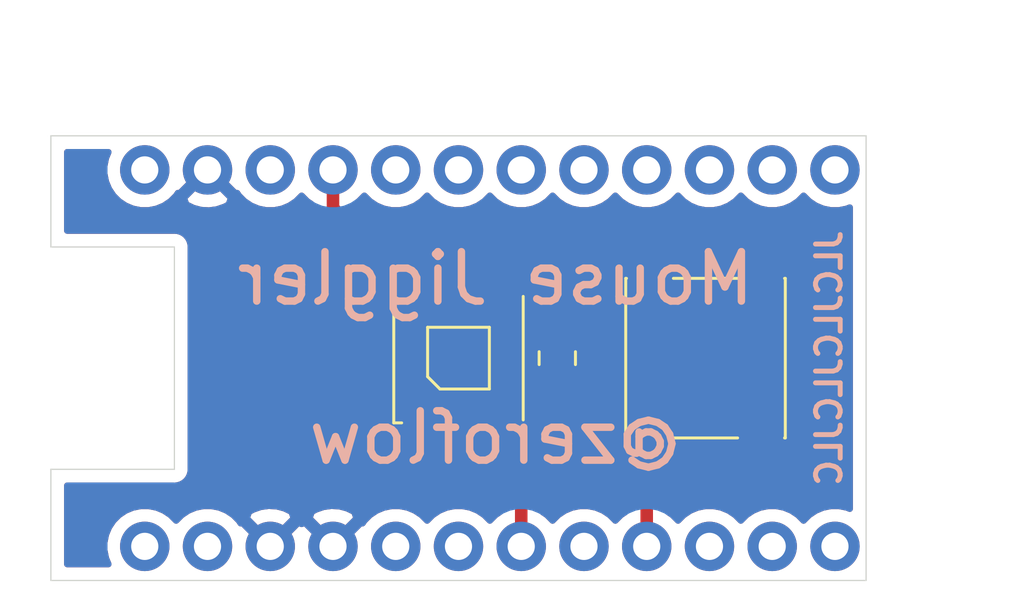
<source format=kicad_pcb>
(kicad_pcb (version 20171130) (host pcbnew "(5.1.9)-1")

  (general
    (thickness 1.6)
    (drawings 17)
    (tracks 14)
    (zones 0)
    (modules 4)
    (nets 24)
  )

  (page A4)
  (layers
    (0 F.Cu signal)
    (31 B.Cu signal)
    (32 B.Adhes user)
    (33 F.Adhes user)
    (34 B.Paste user)
    (35 F.Paste user)
    (36 B.SilkS user)
    (37 F.SilkS user)
    (38 B.Mask user)
    (39 F.Mask user)
    (40 Dwgs.User user)
    (41 Cmts.User user)
    (42 Eco1.User user)
    (43 Eco2.User user)
    (44 Edge.Cuts user)
    (45 Margin user)
    (46 B.CrtYd user)
    (47 F.CrtYd user)
    (48 B.Fab user)
    (49 F.Fab user)
  )

  (setup
    (last_trace_width 0.25)
    (user_trace_width 0.381)
    (user_trace_width 0.508)
    (trace_clearance 0.2)
    (zone_clearance 0.508)
    (zone_45_only no)
    (trace_min 0.2)
    (via_size 0.8)
    (via_drill 0.4)
    (via_min_size 0.4)
    (via_min_drill 0.3)
    (uvia_size 0.3)
    (uvia_drill 0.1)
    (uvias_allowed no)
    (uvia_min_size 0.2)
    (uvia_min_drill 0.1)
    (edge_width 0.05)
    (segment_width 0.2)
    (pcb_text_width 0.3)
    (pcb_text_size 1.5 1.5)
    (mod_edge_width 0.12)
    (mod_text_size 1 1)
    (mod_text_width 0.15)
    (pad_size 1.524 1.524)
    (pad_drill 0.762)
    (pad_to_mask_clearance 0)
    (aux_axis_origin 0 0)
    (grid_origin 134.5 95.5)
    (visible_elements 7FFFFFFF)
    (pcbplotparams
      (layerselection 0x010fc_ffffffff)
      (usegerberextensions false)
      (usegerberattributes true)
      (usegerberadvancedattributes true)
      (creategerberjobfile true)
      (excludeedgelayer true)
      (linewidth 0.100000)
      (plotframeref false)
      (viasonmask false)
      (mode 1)
      (useauxorigin false)
      (hpglpennumber 1)
      (hpglpenspeed 20)
      (hpglpendiameter 15.000000)
      (psnegative false)
      (psa4output false)
      (plotreference true)
      (plotvalue true)
      (plotinvisibletext false)
      (padsonsilk false)
      (subtractmaskfromsilk false)
      (outputformat 1)
      (mirror false)
      (drillshape 0)
      (scaleselection 1)
      (outputdirectory "plots/"))
  )

  (net 0 "")
  (net 1 GND)
  (net 2 LED)
  (net 3 "Net-(D1-Pad4)")
  (net 4 +5V)
  (net 5 SW)
  (net 6 "Net-(U1-Pad24)")
  (net 7 "Net-(U1-Pad22)")
  (net 8 "Net-(U1-Pad20)")
  (net 9 "Net-(U1-Pad19)")
  (net 10 "Net-(U1-Pad18)")
  (net 11 "Net-(U1-Pad17)")
  (net 12 "Net-(U1-Pad16)")
  (net 13 "Net-(U1-Pad15)")
  (net 14 "Net-(U1-Pad14)")
  (net 15 "Net-(U1-Pad13)")
  (net 16 "Net-(U1-Pad12)")
  (net 17 "Net-(U1-Pad11)")
  (net 18 "Net-(U1-Pad6)")
  (net 19 "Net-(U1-Pad5)")
  (net 20 "Net-(U1-Pad2)")
  (net 21 "Net-(U1-Pad1)")
  (net 22 "Net-(U1-Pad10)")
  (net 23 "Net-(U1-Pad8)")

  (net_class Default "This is the default net class."
    (clearance 0.2)
    (trace_width 0.25)
    (via_dia 0.8)
    (via_drill 0.4)
    (uvia_dia 0.3)
    (uvia_drill 0.1)
    (add_net +5V)
    (add_net GND)
    (add_net LED)
    (add_net "Net-(D1-Pad4)")
    (add_net "Net-(U1-Pad1)")
    (add_net "Net-(U1-Pad10)")
    (add_net "Net-(U1-Pad11)")
    (add_net "Net-(U1-Pad12)")
    (add_net "Net-(U1-Pad13)")
    (add_net "Net-(U1-Pad14)")
    (add_net "Net-(U1-Pad15)")
    (add_net "Net-(U1-Pad16)")
    (add_net "Net-(U1-Pad17)")
    (add_net "Net-(U1-Pad18)")
    (add_net "Net-(U1-Pad19)")
    (add_net "Net-(U1-Pad2)")
    (add_net "Net-(U1-Pad20)")
    (add_net "Net-(U1-Pad22)")
    (add_net "Net-(U1-Pad24)")
    (add_net "Net-(U1-Pad5)")
    (add_net "Net-(U1-Pad6)")
    (add_net "Net-(U1-Pad8)")
    (add_net SW)
  )

  (module Button_Switch_SMD:SW_Push_1P1T_NO_6x6mm_H9.5mm (layer F.Cu) (tedit 5CA1CA7F) (tstamp 60129A37)
    (at 143 95.5 90)
    (descr "tactile push button, 6x6mm e.g. PTS645xx series, height=9.5mm")
    (tags "tact sw push 6mm smd")
    (path /6011C52D)
    (attr smd)
    (fp_text reference SW1 (at 0 -4.05 90) (layer F.SilkS) hide
      (effects (font (size 1 1) (thickness 0.15)))
    )
    (fp_text value SW_Push (at 0 4.15 90) (layer F.Fab) hide
      (effects (font (size 1 1) (thickness 0.15)))
    )
    (fp_circle (center 0 0) (end 1.75 -0.05) (layer F.Fab) (width 0.1))
    (fp_line (start -3.23 3.23) (end 3.23 3.23) (layer F.SilkS) (width 0.12))
    (fp_line (start -3.23 -1.3) (end -3.23 1.3) (layer F.SilkS) (width 0.12))
    (fp_line (start -3.23 -3.23) (end 3.23 -3.23) (layer F.SilkS) (width 0.12))
    (fp_line (start 3.23 -1.3) (end 3.23 1.3) (layer F.SilkS) (width 0.12))
    (fp_line (start -3.23 -3.2) (end -3.23 -3.23) (layer F.SilkS) (width 0.12))
    (fp_line (start -3.23 3.23) (end -3.23 3.2) (layer F.SilkS) (width 0.12))
    (fp_line (start 3.23 3.23) (end 3.23 3.2) (layer F.SilkS) (width 0.12))
    (fp_line (start 3.23 -3.23) (end 3.23 -3.2) (layer F.SilkS) (width 0.12))
    (fp_line (start -5 -3.25) (end 5 -3.25) (layer F.CrtYd) (width 0.05))
    (fp_line (start -5 3.25) (end 5 3.25) (layer F.CrtYd) (width 0.05))
    (fp_line (start -5 -3.25) (end -5 3.25) (layer F.CrtYd) (width 0.05))
    (fp_line (start 5 3.25) (end 5 -3.25) (layer F.CrtYd) (width 0.05))
    (fp_line (start 3 -3) (end -3 -3) (layer F.Fab) (width 0.1))
    (fp_line (start 3 3) (end 3 -3) (layer F.Fab) (width 0.1))
    (fp_line (start -3 3) (end 3 3) (layer F.Fab) (width 0.1))
    (fp_line (start -3 -3) (end -3 3) (layer F.Fab) (width 0.1))
    (fp_text user %R (at 0 -4.05 90) (layer F.Fab) hide
      (effects (font (size 1 1) (thickness 0.15)))
    )
    (pad 2 smd rect (at 3.975 2.25 90) (size 1.55 1.3) (layers F.Cu F.Paste F.Mask)
      (net 1 GND))
    (pad 1 smd rect (at 3.975 -2.25 90) (size 1.55 1.3) (layers F.Cu F.Paste F.Mask)
      (net 5 SW))
    (pad 1 smd rect (at -3.975 -2.25 90) (size 1.55 1.3) (layers F.Cu F.Paste F.Mask)
      (net 5 SW))
    (pad 2 smd rect (at -3.975 2.25 90) (size 1.55 1.3) (layers F.Cu F.Paste F.Mask)
      (net 1 GND))
    (model ${KISYS3DMOD}/Button_Switch_SMD.3dshapes/SW_PUSH_6mm_H9.5mm.wrl
      (at (xyz 0 0 0))
      (scale (xyz 1 1 1))
      (rotate (xyz 0 0 0))
    )
  )

  (module "Arduino_ProMicro:Arduino Pro Micro" locked (layer F.Cu) (tedit 6011AB88) (tstamp 601276E2)
    (at 133 95.5)
    (path /60136A2B)
    (fp_text reference U1 (at 14 -10) (layer F.SilkS) hide
      (effects (font (size 1 1) (thickness 0.15)))
    )
    (fp_text value Arduino_ProMicro (at -9.5 -10) (layer F.Fab) hide
      (effects (font (size 1 1) (thickness 0.15)))
    )
    (fp_line (start -16.5 9) (end -16.5 4) (layer F.Fab) (width 0.12))
    (fp_line (start -16.5 -9) (end -16.5 -4) (layer F.Fab) (width 0.12))
    (fp_line (start -18.5 4) (end -16.5 4) (layer F.Fab) (width 0.12))
    (fp_line (start -18.5 -4) (end -18.5 4) (layer F.Fab) (width 0.12))
    (fp_line (start -16.5 -4) (end -18.5 -4) (layer F.Fab) (width 0.12))
    (fp_line (start 16.5 9) (end -16.5 9) (layer F.Fab) (width 0.12))
    (fp_line (start 16.5 -9) (end 16.5 9) (layer F.Fab) (width 0.12))
    (fp_line (start -16.5 -9) (end 16.5 -9) (layer F.Fab) (width 0.12))
    (pad 24 thru_hole circle (at -12.7 -7.62) (size 2 2) (drill 1.1) (layers *.Cu *.Mask)
      (net 6 "Net-(U1-Pad24)"))
    (pad 23 thru_hole circle (at -10.16 -7.62) (size 2 2) (drill 1.1) (layers *.Cu *.Mask)
      (net 1 GND))
    (pad 22 thru_hole circle (at -7.62 -7.62) (size 2 2) (drill 1.1) (layers *.Cu *.Mask)
      (net 7 "Net-(U1-Pad22)"))
    (pad 21 thru_hole circle (at -5.08 -7.62) (size 2 2) (drill 1.1) (layers *.Cu *.Mask)
      (net 4 +5V))
    (pad 20 thru_hole circle (at -2.54 -7.62) (size 2 2) (drill 1.1) (layers *.Cu *.Mask)
      (net 8 "Net-(U1-Pad20)"))
    (pad 19 thru_hole circle (at 0 -7.62) (size 2 2) (drill 1.1) (layers *.Cu *.Mask)
      (net 9 "Net-(U1-Pad19)"))
    (pad 18 thru_hole circle (at 2.54 -7.62) (size 2 2) (drill 1.1) (layers *.Cu *.Mask)
      (net 10 "Net-(U1-Pad18)"))
    (pad 17 thru_hole circle (at 5.08 -7.62) (size 2 2) (drill 1.1) (layers *.Cu *.Mask)
      (net 11 "Net-(U1-Pad17)"))
    (pad 16 thru_hole circle (at 7.62 -7.62) (size 2 2) (drill 1.1) (layers *.Cu *.Mask)
      (net 12 "Net-(U1-Pad16)"))
    (pad 15 thru_hole circle (at 10.16 -7.62) (size 2 2) (drill 1.1) (layers *.Cu *.Mask)
      (net 13 "Net-(U1-Pad15)"))
    (pad 14 thru_hole circle (at 12.7 -7.62) (size 2 2) (drill 1.1) (layers *.Cu *.Mask)
      (net 14 "Net-(U1-Pad14)"))
    (pad 13 thru_hole circle (at 15.24 -7.62) (size 2 2) (drill 1.1) (layers *.Cu *.Mask)
      (net 15 "Net-(U1-Pad13)"))
    (pad 12 thru_hole circle (at 15.24 7.62) (size 2 2) (drill 1.1) (layers *.Cu *.Mask)
      (net 16 "Net-(U1-Pad12)"))
    (pad 11 thru_hole circle (at 12.7 7.62) (size 2 2) (drill 1.1) (layers *.Cu *.Mask)
      (net 17 "Net-(U1-Pad11)"))
    (pad 10 thru_hole circle (at 10.16 7.62) (size 2 2) (drill 1.1) (layers *.Cu *.Mask)
      (net 22 "Net-(U1-Pad10)"))
    (pad 9 thru_hole circle (at 7.62 7.62) (size 2 2) (drill 1.1) (layers *.Cu *.Mask)
      (net 5 SW))
    (pad 8 thru_hole circle (at 5.08 7.62) (size 2 2) (drill 1.1) (layers *.Cu *.Mask)
      (net 23 "Net-(U1-Pad8)"))
    (pad 7 thru_hole circle (at 2.54 7.62) (size 2 2) (drill 1.1) (layers *.Cu *.Mask)
      (net 2 LED))
    (pad 6 thru_hole circle (at 0 7.62) (size 2 2) (drill 1.1) (layers *.Cu *.Mask)
      (net 18 "Net-(U1-Pad6)"))
    (pad 5 thru_hole circle (at -2.54 7.62) (size 2 2) (drill 1.1) (layers *.Cu *.Mask)
      (net 19 "Net-(U1-Pad5)"))
    (pad 4 thru_hole circle (at -5.08 7.62) (size 2 2) (drill 1.1) (layers *.Cu *.Mask)
      (net 1 GND))
    (pad 3 thru_hole circle (at -7.62 7.62) (size 2 2) (drill 1.1) (layers *.Cu *.Mask)
      (net 1 GND))
    (pad 2 thru_hole circle (at -10.16 7.62) (size 2 2) (drill 1.1) (layers *.Cu *.Mask)
      (net 20 "Net-(U1-Pad2)"))
    (pad 1 thru_hole circle (at -12.7 7.62) (size 2 2) (drill 1.1) (layers *.Cu *.Mask)
      (net 21 "Net-(U1-Pad1)"))
  )

  (module Capacitor_SMD:C_0805_2012Metric_Pad1.18x1.45mm_HandSolder (layer F.Cu) (tedit 5F68FEEF) (tstamp 601268D5)
    (at 137 95.5 270)
    (descr "Capacitor SMD 0805 (2012 Metric), square (rectangular) end terminal, IPC_7351 nominal with elongated pad for handsoldering. (Body size source: IPC-SM-782 page 76, https://www.pcb-3d.com/wordpress/wp-content/uploads/ipc-sm-782a_amendment_1_and_2.pdf, https://docs.google.com/spreadsheets/d/1BsfQQcO9C6DZCsRaXUlFlo91Tg2WpOkGARC1WS5S8t0/edit?usp=sharing), generated with kicad-footprint-generator")
    (tags "capacitor handsolder")
    (path /6012A43E)
    (attr smd)
    (fp_text reference C1 (at 0 -1.68 90) (layer F.SilkS) hide
      (effects (font (size 1 1) (thickness 0.15)))
    )
    (fp_text value C_Small (at 0 1.68 90) (layer F.Fab) hide
      (effects (font (size 1 1) (thickness 0.15)))
    )
    (fp_line (start -1 0.625) (end -1 -0.625) (layer F.Fab) (width 0.1))
    (fp_line (start -1 -0.625) (end 1 -0.625) (layer F.Fab) (width 0.1))
    (fp_line (start 1 -0.625) (end 1 0.625) (layer F.Fab) (width 0.1))
    (fp_line (start 1 0.625) (end -1 0.625) (layer F.Fab) (width 0.1))
    (fp_line (start -0.261252 -0.735) (end 0.261252 -0.735) (layer F.SilkS) (width 0.12))
    (fp_line (start -0.261252 0.735) (end 0.261252 0.735) (layer F.SilkS) (width 0.12))
    (fp_line (start -1.88 0.98) (end -1.88 -0.98) (layer F.CrtYd) (width 0.05))
    (fp_line (start -1.88 -0.98) (end 1.88 -0.98) (layer F.CrtYd) (width 0.05))
    (fp_line (start 1.88 -0.98) (end 1.88 0.98) (layer F.CrtYd) (width 0.05))
    (fp_line (start 1.88 0.98) (end -1.88 0.98) (layer F.CrtYd) (width 0.05))
    (fp_text user %R (at 0 0 90) (layer F.Fab) hide
      (effects (font (size 0.5 0.5) (thickness 0.08)))
    )
    (pad 2 smd roundrect (at 1.0375 0 270) (size 1.175 1.45) (layers F.Cu F.Paste F.Mask) (roundrect_rratio 0.2127659574468085)
      (net 1 GND))
    (pad 1 smd roundrect (at -1.0375 0 270) (size 1.175 1.45) (layers F.Cu F.Paste F.Mask) (roundrect_rratio 0.2127659574468085)
      (net 4 +5V))
    (model ${KISYS3DMOD}/Capacitor_SMD.3dshapes/C_0805_2012Metric.wrl
      (at (xyz 0 0 0))
      (scale (xyz 1 1 1))
      (rotate (xyz 0 0 0))
    )
  )

  (module LED_SMD:LED_Inolux_IN-PI554FCH_PLCC4_5.0x5.0mm_P3.2mm (layer F.Cu) (tedit 5B561F4C) (tstamp 60125F87)
    (at 133 95.5 90)
    (descr http://www.inolux-corp.com/datasheet/SMDLED/Addressable%20LED/IN-PI554FCH.pdf)
    (tags "RGB LED NeoPixel addressable")
    (path /6011B94E)
    (attr smd)
    (fp_text reference D1 (at 0 -3.5 90) (layer F.SilkS) hide
      (effects (font (size 1 1) (thickness 0.15)))
    )
    (fp_text value Inolux_IN-PI554FCH (at 0 4 90) (layer F.Fab) hide
      (effects (font (size 1 1) (thickness 0.15)))
    )
    (fp_line (start 3.45 -2.75) (end -3.45 -2.75) (layer F.CrtYd) (width 0.05))
    (fp_line (start 3.45 2.75) (end 3.45 -2.75) (layer F.CrtYd) (width 0.05))
    (fp_line (start -3.45 2.75) (end 3.45 2.75) (layer F.CrtYd) (width 0.05))
    (fp_line (start -3.45 -2.75) (end -3.45 2.75) (layer F.CrtYd) (width 0.05))
    (fp_line (start -1.5 -2.5) (end -2.5 -1.5) (layer F.Fab) (width 0.1))
    (fp_line (start -2.5 -1.5) (end -2.5 2.5) (layer F.Fab) (width 0.1))
    (fp_line (start -2.5 2.5) (end 2.5 2.5) (layer F.Fab) (width 0.1))
    (fp_line (start 2.5 2.5) (end 2.5 -2.5) (layer F.Fab) (width 0.1))
    (fp_line (start 2.5 -2.5) (end -1.5 -2.5) (layer F.Fab) (width 0.1))
    (fp_line (start -2.62 -2.62) (end 2.5 -2.62) (layer F.SilkS) (width 0.12))
    (fp_line (start -2.5 2.62) (end 2.5 2.62) (layer F.SilkS) (width 0.12))
    (fp_line (start -2.62 -2.3) (end -2.62 -2.62) (layer F.SilkS) (width 0.12))
    (fp_circle (center 0 0) (end 0 -2) (layer F.Fab) (width 0.1))
    (fp_text user %R (at 0 0 90) (layer F.Fab) hide
      (effects (font (size 0.8 0.8) (thickness 0.15)))
    )
    (pad 1 smd rect (at -2.45 -1.6 90) (size 1.5 1) (layers F.Cu F.Paste F.Mask)
      (net 1 GND))
    (pad 2 smd rect (at -2.45 1.6 90) (size 1.5 1) (layers F.Cu F.Paste F.Mask)
      (net 2 LED))
    (pad 4 smd rect (at 2.45 -1.6 90) (size 1.5 1) (layers F.Cu F.Paste F.Mask)
      (net 3 "Net-(D1-Pad4)"))
    (pad 3 smd rect (at 2.45 1.6 90) (size 1.5 1) (layers F.Cu F.Paste F.Mask)
      (net 4 +5V))
    (model ${KISYS3DMOD}/LED_SMD.3dshapes/LED_Inolux_IN-PI554FCH_PLCC4_5.0x5.0mm_P3.2mm.wrl
      (at (xyz 0 0 0))
      (scale (xyz 1 1 1))
      (rotate (xyz 0 0 0))
    )
  )

  (dimension 17.75 (width 0.15) (layer Dwgs.User)
    (gr_text "17.750 mm" (at 154.55 95.375 270) (layer Dwgs.User)
      (effects (font (size 1 1) (thickness 0.15)))
    )
    (feature1 (pts (xy 149.5 104.25) (xy 153.836421 104.25)))
    (feature2 (pts (xy 149.5 86.5) (xy 153.836421 86.5)))
    (crossbar (pts (xy 153.25 86.5) (xy 153.25 104.25)))
    (arrow1a (pts (xy 153.25 104.25) (xy 152.663579 103.123496)))
    (arrow1b (pts (xy 153.25 104.25) (xy 153.836421 103.123496)))
    (arrow2a (pts (xy 153.25 86.5) (xy 152.663579 87.626504)))
    (arrow2b (pts (xy 153.25 86.5) (xy 153.836421 87.626504)))
  )
  (dimension 33 (width 0.15) (layer Dwgs.User)
    (gr_text "33.000 mm" (at 133 81.7) (layer Dwgs.User)
      (effects (font (size 1 1) (thickness 0.15)))
    )
    (feature1 (pts (xy 149.5 86.5) (xy 149.5 82.413579)))
    (feature2 (pts (xy 116.5 86.5) (xy 116.5 82.413579)))
    (crossbar (pts (xy 116.5 83) (xy 149.5 83)))
    (arrow1a (pts (xy 149.5 83) (xy 148.373496 83.586421)))
    (arrow1b (pts (xy 149.5 83) (xy 148.373496 82.413579)))
    (arrow2a (pts (xy 116.5 83) (xy 117.626504 83.586421)))
    (arrow2b (pts (xy 116.5 83) (xy 117.626504 82.413579)))
  )
  (gr_line (start 132.25 96.75) (end 134.25 96.75) (layer F.SilkS) (width 0.12) (tstamp 60128DB0))
  (gr_line (start 131.75 96.25) (end 132.25 96.75) (layer F.SilkS) (width 0.12))
  (gr_line (start 131.75 94.25) (end 131.75 96.25) (layer F.SilkS) (width 0.12))
  (gr_line (start 134.25 94.25) (end 134.25 96.75) (layer F.SilkS) (width 0.12))
  (gr_line (start 131.75 94.25) (end 134.25 94.25) (layer F.SilkS) (width 0.12))
  (gr_text "Mouse Jiggler\n\n@zeroflow" (at 134.5 95.5) (layer B.SilkS)
    (effects (font (size 2 2) (thickness 0.3)) (justify mirror))
  )
  (gr_text JLCJLCJLCJLC (at 148 95.5 90) (layer B.SilkS)
    (effects (font (size 1 1) (thickness 0.2)) (justify mirror))
  )
  (gr_line (start 116.5 100) (end 116.5 104.5) (layer Edge.Cuts) (width 0.05) (tstamp 6012805F))
  (gr_line (start 121.5 100) (end 116.5 100) (layer Edge.Cuts) (width 0.05))
  (gr_line (start 121.5 91) (end 121.5 100) (layer Edge.Cuts) (width 0.05))
  (gr_line (start 116.5 91) (end 121.5 91) (layer Edge.Cuts) (width 0.05))
  (gr_line (start 116.5 86.5) (end 116.5 91) (layer Edge.Cuts) (width 0.05))
  (gr_line (start 116.5 86.5) (end 149.5 86.5) (layer Edge.Cuts) (width 0.05) (tstamp 60126481))
  (gr_line (start 149.5 104.5) (end 116.5 104.5) (layer Edge.Cuts) (width 0.05))
  (gr_line (start 149.5 86.5) (end 149.5 104.5) (layer Edge.Cuts) (width 0.05))

  (segment (start 134.6 97.95) (end 134.6 100.1) (width 0.508) (layer F.Cu) (net 2))
  (segment (start 135.54 101.04) (end 135.54 103.12) (width 0.508) (layer F.Cu) (net 2))
  (segment (start 134.6 100.1) (end 135.54 101.04) (width 0.508) (layer F.Cu) (net 2))
  (segment (start 137 94.4625) (end 137 93.5) (width 0.508) (layer F.Cu) (net 4))
  (segment (start 136.55 93.05) (end 134.6 93.05) (width 0.508) (layer F.Cu) (net 4))
  (segment (start 137 93.5) (end 136.55 93.05) (width 0.508) (layer F.Cu) (net 4))
  (segment (start 127.92 87.88) (end 127.92 89.42) (width 0.508) (layer F.Cu) (net 4))
  (segment (start 127.92 89.42) (end 129.5 91) (width 0.508) (layer F.Cu) (net 4))
  (segment (start 129.5 91) (end 134 91) (width 0.508) (layer F.Cu) (net 4))
  (segment (start 134.6 91.6) (end 134.6 93.05) (width 0.508) (layer F.Cu) (net 4))
  (segment (start 134 91) (end 134.6 91.6) (width 0.508) (layer F.Cu) (net 4))
  (segment (start 140.62 99.605) (end 140.75 99.475) (width 0.508) (layer F.Cu) (net 5))
  (segment (start 140.62 103.12) (end 140.62 99.605) (width 0.508) (layer F.Cu) (net 5))
  (segment (start 140.75 91.525) (end 140.75 99.475) (width 0.508) (layer F.Cu) (net 5))

  (zone (net 1) (net_name GND) (layer F.Cu) (tstamp 60128A31) (hatch edge 0.508)
    (connect_pads (clearance 0.508))
    (min_thickness 0.254)
    (fill yes (arc_segments 32) (thermal_gap 0.508) (thermal_bridge_width 0.508))
    (polygon
      (pts
        (xy 150.5 105) (xy 116 105) (xy 116 86) (xy 150.5 86)
      )
    )
    (filled_polygon
      (pts
        (xy 118.727832 87.403088) (xy 118.665 87.718967) (xy 118.665 88.041033) (xy 118.727832 88.356912) (xy 118.851082 88.654463)
        (xy 119.030013 88.922252) (xy 119.257748 89.149987) (xy 119.525537 89.328918) (xy 119.823088 89.452168) (xy 120.138967 89.515)
        (xy 120.461033 89.515) (xy 120.776912 89.452168) (xy 121.074463 89.328918) (xy 121.342252 89.149987) (xy 121.476826 89.015413)
        (xy 121.884192 89.015413) (xy 121.979956 89.279814) (xy 122.269571 89.420704) (xy 122.581108 89.502384) (xy 122.902595 89.521718)
        (xy 123.221675 89.477961) (xy 123.526088 89.372795) (xy 123.700044 89.279814) (xy 123.795808 89.015413) (xy 122.84 88.059605)
        (xy 121.884192 89.015413) (xy 121.476826 89.015413) (xy 121.569987 88.922252) (xy 121.64272 88.8134) (xy 121.704587 88.835808)
        (xy 122.660395 87.88) (xy 122.646253 87.865858) (xy 122.825858 87.686253) (xy 122.84 87.700395) (xy 122.854143 87.686253)
        (xy 123.033748 87.865858) (xy 123.019605 87.88) (xy 123.975413 88.835808) (xy 124.03728 88.8134) (xy 124.110013 88.922252)
        (xy 124.337748 89.149987) (xy 124.605537 89.328918) (xy 124.903088 89.452168) (xy 125.218967 89.515) (xy 125.541033 89.515)
        (xy 125.856912 89.452168) (xy 126.154463 89.328918) (xy 126.422252 89.149987) (xy 126.649987 88.922252) (xy 126.65 88.922233)
        (xy 126.650013 88.922252) (xy 126.877748 89.149987) (xy 127.031001 89.252387) (xy 127.031001 89.376331) (xy 127.0267 89.42)
        (xy 127.043864 89.594274) (xy 127.094698 89.761852) (xy 127.177248 89.916291) (xy 127.288342 90.051659) (xy 127.322259 90.079494)
        (xy 128.840501 91.597736) (xy 128.868341 91.631659) (xy 129.003709 91.742753) (xy 129.158149 91.825303) (xy 129.224058 91.845296)
        (xy 129.325724 91.876136) (xy 129.358924 91.879406) (xy 129.456333 91.889) (xy 129.456339 91.889) (xy 129.499999 91.8933)
        (xy 129.543659 91.889) (xy 130.415836 91.889) (xy 130.369463 91.945506) (xy 130.310498 92.05582) (xy 130.274188 92.175518)
        (xy 130.261928 92.3) (xy 130.261928 93.8) (xy 130.274188 93.924482) (xy 130.310498 94.04418) (xy 130.369463 94.154494)
        (xy 130.448815 94.251185) (xy 130.545506 94.330537) (xy 130.65582 94.389502) (xy 130.775518 94.425812) (xy 130.9 94.438072)
        (xy 131.9 94.438072) (xy 132.024482 94.425812) (xy 132.14418 94.389502) (xy 132.254494 94.330537) (xy 132.351185 94.251185)
        (xy 132.430537 94.154494) (xy 132.489502 94.04418) (xy 132.525812 93.924482) (xy 132.538072 93.8) (xy 132.538072 92.3)
        (xy 132.525812 92.175518) (xy 132.489502 92.05582) (xy 132.430537 91.945506) (xy 132.384164 91.889) (xy 133.615836 91.889)
        (xy 133.569463 91.945506) (xy 133.510498 92.05582) (xy 133.474188 92.175518) (xy 133.461928 92.3) (xy 133.461928 93.8)
        (xy 133.474188 93.924482) (xy 133.510498 94.04418) (xy 133.569463 94.154494) (xy 133.648815 94.251185) (xy 133.745506 94.330537)
        (xy 133.85582 94.389502) (xy 133.975518 94.425812) (xy 134.1 94.438072) (xy 135.1 94.438072) (xy 135.224482 94.425812)
        (xy 135.34418 94.389502) (xy 135.454494 94.330537) (xy 135.551185 94.251185) (xy 135.630537 94.154494) (xy 135.636928 94.142537)
        (xy 135.636928 94.8) (xy 135.653992 94.973254) (xy 135.704528 95.13985) (xy 135.786595 95.293386) (xy 135.897038 95.427962)
        (xy 135.903594 95.433342) (xy 135.823815 95.498815) (xy 135.744463 95.595506) (xy 135.685498 95.70582) (xy 135.649188 95.825518)
        (xy 135.636928 95.95) (xy 135.64 96.25175) (xy 135.79875 96.4105) (xy 136.873 96.4105) (xy 136.873 96.3905)
        (xy 137.127 96.3905) (xy 137.127 96.4105) (xy 138.20125 96.4105) (xy 138.36 96.25175) (xy 138.363072 95.95)
        (xy 138.350812 95.825518) (xy 138.314502 95.70582) (xy 138.255537 95.595506) (xy 138.176185 95.498815) (xy 138.096406 95.433342)
        (xy 138.102962 95.427962) (xy 138.213405 95.293386) (xy 138.295472 95.13985) (xy 138.346008 94.973254) (xy 138.363072 94.8)
        (xy 138.363072 94.125) (xy 138.346008 93.951746) (xy 138.295472 93.78515) (xy 138.213405 93.631614) (xy 138.102962 93.497038)
        (xy 137.968386 93.386595) (xy 137.877338 93.337929) (xy 137.876136 93.325726) (xy 137.876136 93.325724) (xy 137.825302 93.158147)
        (xy 137.822548 93.152995) (xy 137.742753 93.003709) (xy 137.631659 92.868341) (xy 137.597736 92.840501) (xy 137.209499 92.452264)
        (xy 137.181659 92.418341) (xy 137.046291 92.307247) (xy 136.891851 92.224697) (xy 136.724274 92.173864) (xy 136.593667 92.161)
        (xy 136.59366 92.161) (xy 136.55 92.1567) (xy 136.50634 92.161) (xy 135.721408 92.161) (xy 135.689502 92.05582)
        (xy 135.630537 91.945506) (xy 135.551185 91.848815) (xy 135.489 91.797781) (xy 135.489 91.643659) (xy 135.4933 91.599999)
        (xy 135.489 91.556334) (xy 135.489 91.556333) (xy 135.476136 91.425726) (xy 135.476136 91.425724) (xy 135.425302 91.258147)
        (xy 135.415201 91.23925) (xy 135.342753 91.103709) (xy 135.231659 90.968341) (xy 135.197742 90.940506) (xy 134.659498 90.402263)
        (xy 134.631659 90.368341) (xy 134.496291 90.257247) (xy 134.341851 90.174697) (xy 134.174274 90.123864) (xy 134.043667 90.111)
        (xy 134.04366 90.111) (xy 134 90.1067) (xy 133.95634 90.111) (xy 129.868235 90.111) (xy 128.929264 89.172029)
        (xy 128.962252 89.149987) (xy 129.189987 88.922252) (xy 129.19 88.922233) (xy 129.190013 88.922252) (xy 129.417748 89.149987)
        (xy 129.685537 89.328918) (xy 129.983088 89.452168) (xy 130.298967 89.515) (xy 130.621033 89.515) (xy 130.936912 89.452168)
        (xy 131.234463 89.328918) (xy 131.502252 89.149987) (xy 131.729987 88.922252) (xy 131.73 88.922233) (xy 131.730013 88.922252)
        (xy 131.957748 89.149987) (xy 132.225537 89.328918) (xy 132.523088 89.452168) (xy 132.838967 89.515) (xy 133.161033 89.515)
        (xy 133.476912 89.452168) (xy 133.774463 89.328918) (xy 134.042252 89.149987) (xy 134.269987 88.922252) (xy 134.27 88.922233)
        (xy 134.270013 88.922252) (xy 134.497748 89.149987) (xy 134.765537 89.328918) (xy 135.063088 89.452168) (xy 135.378967 89.515)
        (xy 135.701033 89.515) (xy 136.016912 89.452168) (xy 136.314463 89.328918) (xy 136.582252 89.149987) (xy 136.809987 88.922252)
        (xy 136.81 88.922233) (xy 136.810013 88.922252) (xy 137.037748 89.149987) (xy 137.305537 89.328918) (xy 137.603088 89.452168)
        (xy 137.918967 89.515) (xy 138.241033 89.515) (xy 138.556912 89.452168) (xy 138.854463 89.328918) (xy 139.122252 89.149987)
        (xy 139.349987 88.922252) (xy 139.35 88.922233) (xy 139.350013 88.922252) (xy 139.577748 89.149987) (xy 139.845537 89.328918)
        (xy 140.143088 89.452168) (xy 140.458967 89.515) (xy 140.781033 89.515) (xy 141.096912 89.452168) (xy 141.394463 89.328918)
        (xy 141.662252 89.149987) (xy 141.889987 88.922252) (xy 141.89 88.922233) (xy 141.890013 88.922252) (xy 142.117748 89.149987)
        (xy 142.385537 89.328918) (xy 142.683088 89.452168) (xy 142.998967 89.515) (xy 143.321033 89.515) (xy 143.636912 89.452168)
        (xy 143.934463 89.328918) (xy 144.202252 89.149987) (xy 144.429987 88.922252) (xy 144.43 88.922233) (xy 144.430013 88.922252)
        (xy 144.657748 89.149987) (xy 144.925537 89.328918) (xy 145.223088 89.452168) (xy 145.538967 89.515) (xy 145.861033 89.515)
        (xy 146.176912 89.452168) (xy 146.474463 89.328918) (xy 146.742252 89.149987) (xy 146.969987 88.922252) (xy 146.97 88.922233)
        (xy 146.970013 88.922252) (xy 147.197748 89.149987) (xy 147.465537 89.328918) (xy 147.763088 89.452168) (xy 148.078967 89.515)
        (xy 148.401033 89.515) (xy 148.716912 89.452168) (xy 148.84 89.401183) (xy 148.840001 101.598817) (xy 148.716912 101.547832)
        (xy 148.401033 101.485) (xy 148.078967 101.485) (xy 147.763088 101.547832) (xy 147.465537 101.671082) (xy 147.197748 101.850013)
        (xy 146.970013 102.077748) (xy 146.97 102.077767) (xy 146.969987 102.077748) (xy 146.742252 101.850013) (xy 146.474463 101.671082)
        (xy 146.176912 101.547832) (xy 145.861033 101.485) (xy 145.538967 101.485) (xy 145.223088 101.547832) (xy 144.925537 101.671082)
        (xy 144.657748 101.850013) (xy 144.430013 102.077748) (xy 144.43 102.077767) (xy 144.429987 102.077748) (xy 144.202252 101.850013)
        (xy 143.934463 101.671082) (xy 143.636912 101.547832) (xy 143.321033 101.485) (xy 142.998967 101.485) (xy 142.683088 101.547832)
        (xy 142.385537 101.671082) (xy 142.117748 101.850013) (xy 141.890013 102.077748) (xy 141.89 102.077767) (xy 141.889987 102.077748)
        (xy 141.662252 101.850013) (xy 141.509 101.747613) (xy 141.509 100.877337) (xy 141.524482 100.875812) (xy 141.64418 100.839502)
        (xy 141.754494 100.780537) (xy 141.851185 100.701185) (xy 141.930537 100.604494) (xy 141.989502 100.49418) (xy 142.025812 100.374482)
        (xy 142.038072 100.25) (xy 143.961928 100.25) (xy 143.974188 100.374482) (xy 144.010498 100.49418) (xy 144.069463 100.604494)
        (xy 144.148815 100.701185) (xy 144.245506 100.780537) (xy 144.35582 100.839502) (xy 144.475518 100.875812) (xy 144.6 100.888072)
        (xy 144.96425 100.885) (xy 145.123 100.72625) (xy 145.123 99.602) (xy 145.377 99.602) (xy 145.377 100.72625)
        (xy 145.53575 100.885) (xy 145.9 100.888072) (xy 146.024482 100.875812) (xy 146.14418 100.839502) (xy 146.254494 100.780537)
        (xy 146.351185 100.701185) (xy 146.430537 100.604494) (xy 146.489502 100.49418) (xy 146.525812 100.374482) (xy 146.538072 100.25)
        (xy 146.535 99.76075) (xy 146.37625 99.602) (xy 145.377 99.602) (xy 145.123 99.602) (xy 144.12375 99.602)
        (xy 143.965 99.76075) (xy 143.961928 100.25) (xy 142.038072 100.25) (xy 142.038072 98.7) (xy 143.961928 98.7)
        (xy 143.965 99.18925) (xy 144.12375 99.348) (xy 145.123 99.348) (xy 145.123 98.22375) (xy 145.377 98.22375)
        (xy 145.377 99.348) (xy 146.37625 99.348) (xy 146.535 99.18925) (xy 146.538072 98.7) (xy 146.525812 98.575518)
        (xy 146.489502 98.45582) (xy 146.430537 98.345506) (xy 146.351185 98.248815) (xy 146.254494 98.169463) (xy 146.14418 98.110498)
        (xy 146.024482 98.074188) (xy 145.9 98.061928) (xy 145.53575 98.065) (xy 145.377 98.22375) (xy 145.123 98.22375)
        (xy 144.96425 98.065) (xy 144.6 98.061928) (xy 144.475518 98.074188) (xy 144.35582 98.110498) (xy 144.245506 98.169463)
        (xy 144.148815 98.248815) (xy 144.069463 98.345506) (xy 144.010498 98.45582) (xy 143.974188 98.575518) (xy 143.961928 98.7)
        (xy 142.038072 98.7) (xy 142.025812 98.575518) (xy 141.989502 98.45582) (xy 141.930537 98.345506) (xy 141.851185 98.248815)
        (xy 141.754494 98.169463) (xy 141.64418 98.110498) (xy 141.639 98.108927) (xy 141.639 92.891073) (xy 141.64418 92.889502)
        (xy 141.754494 92.830537) (xy 141.851185 92.751185) (xy 141.930537 92.654494) (xy 141.989502 92.54418) (xy 142.025812 92.424482)
        (xy 142.038072 92.3) (xy 143.961928 92.3) (xy 143.974188 92.424482) (xy 144.010498 92.54418) (xy 144.069463 92.654494)
        (xy 144.148815 92.751185) (xy 144.245506 92.830537) (xy 144.35582 92.889502) (xy 144.475518 92.925812) (xy 144.6 92.938072)
        (xy 144.96425 92.935) (xy 145.123 92.77625) (xy 145.123 91.652) (xy 145.377 91.652) (xy 145.377 92.77625)
        (xy 145.53575 92.935) (xy 145.9 92.938072) (xy 146.024482 92.925812) (xy 146.14418 92.889502) (xy 146.254494 92.830537)
        (xy 146.351185 92.751185) (xy 146.430537 92.654494) (xy 146.489502 92.54418) (xy 146.525812 92.424482) (xy 146.538072 92.3)
        (xy 146.535 91.81075) (xy 146.37625 91.652) (xy 145.377 91.652) (xy 145.123 91.652) (xy 144.12375 91.652)
        (xy 143.965 91.81075) (xy 143.961928 92.3) (xy 142.038072 92.3) (xy 142.038072 90.75) (xy 143.961928 90.75)
        (xy 143.965 91.23925) (xy 144.12375 91.398) (xy 145.123 91.398) (xy 145.123 90.27375) (xy 145.377 90.27375)
        (xy 145.377 91.398) (xy 146.37625 91.398) (xy 146.535 91.23925) (xy 146.538072 90.75) (xy 146.525812 90.625518)
        (xy 146.489502 90.50582) (xy 146.430537 90.395506) (xy 146.351185 90.298815) (xy 146.254494 90.219463) (xy 146.14418 90.160498)
        (xy 146.024482 90.124188) (xy 145.9 90.111928) (xy 145.53575 90.115) (xy 145.377 90.27375) (xy 145.123 90.27375)
        (xy 144.96425 90.115) (xy 144.6 90.111928) (xy 144.475518 90.124188) (xy 144.35582 90.160498) (xy 144.245506 90.219463)
        (xy 144.148815 90.298815) (xy 144.069463 90.395506) (xy 144.010498 90.50582) (xy 143.974188 90.625518) (xy 143.961928 90.75)
        (xy 142.038072 90.75) (xy 142.025812 90.625518) (xy 141.989502 90.50582) (xy 141.930537 90.395506) (xy 141.851185 90.298815)
        (xy 141.754494 90.219463) (xy 141.64418 90.160498) (xy 141.524482 90.124188) (xy 141.4 90.111928) (xy 140.1 90.111928)
        (xy 139.975518 90.124188) (xy 139.85582 90.160498) (xy 139.745506 90.219463) (xy 139.648815 90.298815) (xy 139.569463 90.395506)
        (xy 139.510498 90.50582) (xy 139.474188 90.625518) (xy 139.461928 90.75) (xy 139.461928 92.3) (xy 139.474188 92.424482)
        (xy 139.510498 92.54418) (xy 139.569463 92.654494) (xy 139.648815 92.751185) (xy 139.745506 92.830537) (xy 139.85582 92.889502)
        (xy 139.861 92.891073) (xy 139.861001 98.108926) (xy 139.85582 98.110498) (xy 139.745506 98.169463) (xy 139.648815 98.248815)
        (xy 139.569463 98.345506) (xy 139.510498 98.45582) (xy 139.474188 98.575518) (xy 139.461928 98.7) (xy 139.461928 100.25)
        (xy 139.474188 100.374482) (xy 139.510498 100.49418) (xy 139.569463 100.604494) (xy 139.648815 100.701185) (xy 139.731001 100.768633)
        (xy 139.731 101.747613) (xy 139.577748 101.850013) (xy 139.350013 102.077748) (xy 139.35 102.077767) (xy 139.349987 102.077748)
        (xy 139.122252 101.850013) (xy 138.854463 101.671082) (xy 138.556912 101.547832) (xy 138.241033 101.485) (xy 137.918967 101.485)
        (xy 137.603088 101.547832) (xy 137.305537 101.671082) (xy 137.037748 101.850013) (xy 136.810013 102.077748) (xy 136.81 102.077767)
        (xy 136.809987 102.077748) (xy 136.582252 101.850013) (xy 136.429 101.747613) (xy 136.429 101.08366) (xy 136.4333 101.04)
        (xy 136.429 100.99634) (xy 136.429 100.996333) (xy 136.416136 100.865726) (xy 136.409168 100.842753) (xy 136.365302 100.698147)
        (xy 136.315243 100.604494) (xy 136.282753 100.543709) (xy 136.171659 100.408341) (xy 136.137743 100.380507) (xy 135.489 99.731765)
        (xy 135.489 99.202219) (xy 135.551185 99.151185) (xy 135.630537 99.054494) (xy 135.689502 98.94418) (xy 135.725812 98.824482)
        (xy 135.738072 98.7) (xy 135.738072 97.467537) (xy 135.744463 97.479494) (xy 135.823815 97.576185) (xy 135.920506 97.655537)
        (xy 136.03082 97.714502) (xy 136.150518 97.750812) (xy 136.275 97.763072) (xy 136.71425 97.76) (xy 136.873 97.60125)
        (xy 136.873 96.6645) (xy 137.127 96.6645) (xy 137.127 97.60125) (xy 137.28575 97.76) (xy 137.725 97.763072)
        (xy 137.849482 97.750812) (xy 137.96918 97.714502) (xy 138.079494 97.655537) (xy 138.176185 97.576185) (xy 138.255537 97.479494)
        (xy 138.314502 97.36918) (xy 138.350812 97.249482) (xy 138.363072 97.125) (xy 138.36 96.82325) (xy 138.20125 96.6645)
        (xy 137.127 96.6645) (xy 136.873 96.6645) (xy 135.79875 96.6645) (xy 135.64 96.82325) (xy 135.639601 96.862463)
        (xy 135.630537 96.845506) (xy 135.551185 96.748815) (xy 135.454494 96.669463) (xy 135.34418 96.610498) (xy 135.224482 96.574188)
        (xy 135.1 96.561928) (xy 134.1 96.561928) (xy 133.975518 96.574188) (xy 133.85582 96.610498) (xy 133.745506 96.669463)
        (xy 133.648815 96.748815) (xy 133.569463 96.845506) (xy 133.510498 96.95582) (xy 133.474188 97.075518) (xy 133.461928 97.2)
        (xy 133.461928 98.7) (xy 133.474188 98.824482) (xy 133.510498 98.94418) (xy 133.569463 99.054494) (xy 133.648815 99.151185)
        (xy 133.711001 99.202219) (xy 133.711001 100.05633) (xy 133.7067 100.1) (xy 133.723864 100.274274) (xy 133.774698 100.441852)
        (xy 133.857248 100.596291) (xy 133.968342 100.731659) (xy 134.002259 100.759494) (xy 134.651 101.408236) (xy 134.651 101.747613)
        (xy 134.497748 101.850013) (xy 134.270013 102.077748) (xy 134.27 102.077767) (xy 134.269987 102.077748) (xy 134.042252 101.850013)
        (xy 133.774463 101.671082) (xy 133.476912 101.547832) (xy 133.161033 101.485) (xy 132.838967 101.485) (xy 132.523088 101.547832)
        (xy 132.225537 101.671082) (xy 131.957748 101.850013) (xy 131.730013 102.077748) (xy 131.73 102.077767) (xy 131.729987 102.077748)
        (xy 131.502252 101.850013) (xy 131.234463 101.671082) (xy 130.936912 101.547832) (xy 130.621033 101.485) (xy 130.298967 101.485)
        (xy 129.983088 101.547832) (xy 129.685537 101.671082) (xy 129.417748 101.850013) (xy 129.190013 102.077748) (xy 129.11728 102.1866)
        (xy 129.055413 102.164192) (xy 128.099605 103.12) (xy 128.113748 103.134143) (xy 127.934143 103.313748) (xy 127.92 103.299605)
        (xy 127.905858 103.313748) (xy 127.726253 103.134143) (xy 127.740395 103.12) (xy 126.784587 102.164192) (xy 126.65 102.212938)
        (xy 126.515413 102.164192) (xy 125.559605 103.12) (xy 125.573748 103.134143) (xy 125.394143 103.313748) (xy 125.38 103.299605)
        (xy 125.365858 103.313748) (xy 125.186253 103.134143) (xy 125.200395 103.12) (xy 124.244587 102.164192) (xy 124.18272 102.1866)
        (xy 124.109987 102.077748) (xy 124.016826 101.984587) (xy 124.424192 101.984587) (xy 125.38 102.940395) (xy 126.335808 101.984587)
        (xy 126.964192 101.984587) (xy 127.92 102.940395) (xy 128.875808 101.984587) (xy 128.780044 101.720186) (xy 128.490429 101.579296)
        (xy 128.178892 101.497616) (xy 127.857405 101.478282) (xy 127.538325 101.522039) (xy 127.233912 101.627205) (xy 127.059956 101.720186)
        (xy 126.964192 101.984587) (xy 126.335808 101.984587) (xy 126.240044 101.720186) (xy 125.950429 101.579296) (xy 125.638892 101.497616)
        (xy 125.317405 101.478282) (xy 124.998325 101.522039) (xy 124.693912 101.627205) (xy 124.519956 101.720186) (xy 124.424192 101.984587)
        (xy 124.016826 101.984587) (xy 123.882252 101.850013) (xy 123.614463 101.671082) (xy 123.316912 101.547832) (xy 123.001033 101.485)
        (xy 122.678967 101.485) (xy 122.363088 101.547832) (xy 122.065537 101.671082) (xy 121.797748 101.850013) (xy 121.570013 102.077748)
        (xy 121.57 102.077767) (xy 121.569987 102.077748) (xy 121.342252 101.850013) (xy 121.074463 101.671082) (xy 120.776912 101.547832)
        (xy 120.461033 101.485) (xy 120.138967 101.485) (xy 119.823088 101.547832) (xy 119.525537 101.671082) (xy 119.257748 101.850013)
        (xy 119.030013 102.077748) (xy 118.851082 102.345537) (xy 118.727832 102.643088) (xy 118.665 102.958967) (xy 118.665 103.281033)
        (xy 118.727832 103.596912) (xy 118.828523 103.84) (xy 117.16 103.84) (xy 117.16 100.66) (xy 121.467581 100.66)
        (xy 121.5 100.663193) (xy 121.532419 100.66) (xy 121.629383 100.65045) (xy 121.753793 100.61271) (xy 121.86845 100.551425)
        (xy 121.968948 100.468948) (xy 122.051425 100.36845) (xy 122.11271 100.253793) (xy 122.15045 100.129383) (xy 122.163193 100)
        (xy 122.16 99.967581) (xy 122.16 98.7) (xy 130.261928 98.7) (xy 130.274188 98.824482) (xy 130.310498 98.94418)
        (xy 130.369463 99.054494) (xy 130.448815 99.151185) (xy 130.545506 99.230537) (xy 130.65582 99.289502) (xy 130.775518 99.325812)
        (xy 130.9 99.338072) (xy 131.11425 99.335) (xy 131.273 99.17625) (xy 131.273 98.077) (xy 131.527 98.077)
        (xy 131.527 99.17625) (xy 131.68575 99.335) (xy 131.9 99.338072) (xy 132.024482 99.325812) (xy 132.14418 99.289502)
        (xy 132.254494 99.230537) (xy 132.351185 99.151185) (xy 132.430537 99.054494) (xy 132.489502 98.94418) (xy 132.525812 98.824482)
        (xy 132.538072 98.7) (xy 132.535 98.23575) (xy 132.37625 98.077) (xy 131.527 98.077) (xy 131.273 98.077)
        (xy 130.42375 98.077) (xy 130.265 98.23575) (xy 130.261928 98.7) (xy 122.16 98.7) (xy 122.16 97.2)
        (xy 130.261928 97.2) (xy 130.265 97.66425) (xy 130.42375 97.823) (xy 131.273 97.823) (xy 131.273 96.72375)
        (xy 131.527 96.72375) (xy 131.527 97.823) (xy 132.37625 97.823) (xy 132.535 97.66425) (xy 132.538072 97.2)
        (xy 132.525812 97.075518) (xy 132.489502 96.95582) (xy 132.430537 96.845506) (xy 132.351185 96.748815) (xy 132.254494 96.669463)
        (xy 132.14418 96.610498) (xy 132.024482 96.574188) (xy 131.9 96.561928) (xy 131.68575 96.565) (xy 131.527 96.72375)
        (xy 131.273 96.72375) (xy 131.11425 96.565) (xy 130.9 96.561928) (xy 130.775518 96.574188) (xy 130.65582 96.610498)
        (xy 130.545506 96.669463) (xy 130.448815 96.748815) (xy 130.369463 96.845506) (xy 130.310498 96.95582) (xy 130.274188 97.075518)
        (xy 130.261928 97.2) (xy 122.16 97.2) (xy 122.16 91.032419) (xy 122.163193 91) (xy 122.15045 90.870617)
        (xy 122.11271 90.746207) (xy 122.051425 90.63155) (xy 121.968948 90.531052) (xy 121.86845 90.448575) (xy 121.753793 90.38729)
        (xy 121.629383 90.34955) (xy 121.532419 90.34) (xy 121.5 90.336807) (xy 121.467581 90.34) (xy 117.16 90.34)
        (xy 117.16 87.16) (xy 118.828523 87.16)
      )
    )
  )
  (zone (net 1) (net_name GND) (layer B.Cu) (tstamp 60128A2E) (hatch edge 0.508)
    (connect_pads (clearance 0.508))
    (min_thickness 0.254)
    (fill yes (arc_segments 32) (thermal_gap 0.508) (thermal_bridge_width 0.508))
    (polygon
      (pts
        (xy 151 105.5) (xy 115.5 105.5) (xy 115.5 85.5) (xy 151 85.5)
      )
    )
    (filled_polygon
      (pts
        (xy 118.727832 87.403088) (xy 118.665 87.718967) (xy 118.665 88.041033) (xy 118.727832 88.356912) (xy 118.851082 88.654463)
        (xy 119.030013 88.922252) (xy 119.257748 89.149987) (xy 119.525537 89.328918) (xy 119.823088 89.452168) (xy 120.138967 89.515)
        (xy 120.461033 89.515) (xy 120.776912 89.452168) (xy 121.074463 89.328918) (xy 121.342252 89.149987) (xy 121.476826 89.015413)
        (xy 121.884192 89.015413) (xy 121.979956 89.279814) (xy 122.269571 89.420704) (xy 122.581108 89.502384) (xy 122.902595 89.521718)
        (xy 123.221675 89.477961) (xy 123.526088 89.372795) (xy 123.700044 89.279814) (xy 123.795808 89.015413) (xy 122.84 88.059605)
        (xy 121.884192 89.015413) (xy 121.476826 89.015413) (xy 121.569987 88.922252) (xy 121.64272 88.8134) (xy 121.704587 88.835808)
        (xy 122.660395 87.88) (xy 122.646253 87.865858) (xy 122.825858 87.686253) (xy 122.84 87.700395) (xy 122.854143 87.686253)
        (xy 123.033748 87.865858) (xy 123.019605 87.88) (xy 123.975413 88.835808) (xy 124.03728 88.8134) (xy 124.110013 88.922252)
        (xy 124.337748 89.149987) (xy 124.605537 89.328918) (xy 124.903088 89.452168) (xy 125.218967 89.515) (xy 125.541033 89.515)
        (xy 125.856912 89.452168) (xy 126.154463 89.328918) (xy 126.422252 89.149987) (xy 126.649987 88.922252) (xy 126.65 88.922233)
        (xy 126.650013 88.922252) (xy 126.877748 89.149987) (xy 127.145537 89.328918) (xy 127.443088 89.452168) (xy 127.758967 89.515)
        (xy 128.081033 89.515) (xy 128.396912 89.452168) (xy 128.694463 89.328918) (xy 128.962252 89.149987) (xy 129.189987 88.922252)
        (xy 129.19 88.922233) (xy 129.190013 88.922252) (xy 129.417748 89.149987) (xy 129.685537 89.328918) (xy 129.983088 89.452168)
        (xy 130.298967 89.515) (xy 130.621033 89.515) (xy 130.936912 89.452168) (xy 131.234463 89.328918) (xy 131.502252 89.149987)
        (xy 131.729987 88.922252) (xy 131.73 88.922233) (xy 131.730013 88.922252) (xy 131.957748 89.149987) (xy 132.225537 89.328918)
        (xy 132.523088 89.452168) (xy 132.838967 89.515) (xy 133.161033 89.515) (xy 133.476912 89.452168) (xy 133.774463 89.328918)
        (xy 134.042252 89.149987) (xy 134.269987 88.922252) (xy 134.27 88.922233) (xy 134.270013 88.922252) (xy 134.497748 89.149987)
        (xy 134.765537 89.328918) (xy 135.063088 89.452168) (xy 135.378967 89.515) (xy 135.701033 89.515) (xy 136.016912 89.452168)
        (xy 136.314463 89.328918) (xy 136.582252 89.149987) (xy 136.809987 88.922252) (xy 136.81 88.922233) (xy 136.810013 88.922252)
        (xy 137.037748 89.149987) (xy 137.305537 89.328918) (xy 137.603088 89.452168) (xy 137.918967 89.515) (xy 138.241033 89.515)
        (xy 138.556912 89.452168) (xy 138.854463 89.328918) (xy 139.122252 89.149987) (xy 139.349987 88.922252) (xy 139.35 88.922233)
        (xy 139.350013 88.922252) (xy 139.577748 89.149987) (xy 139.845537 89.328918) (xy 140.143088 89.452168) (xy 140.458967 89.515)
        (xy 140.781033 89.515) (xy 141.096912 89.452168) (xy 141.394463 89.328918) (xy 141.662252 89.149987) (xy 141.889987 88.922252)
        (xy 141.89 88.922233) (xy 141.890013 88.922252) (xy 142.117748 89.149987) (xy 142.385537 89.328918) (xy 142.683088 89.452168)
        (xy 142.998967 89.515) (xy 143.321033 89.515) (xy 143.636912 89.452168) (xy 143.934463 89.328918) (xy 144.202252 89.149987)
        (xy 144.429987 88.922252) (xy 144.43 88.922233) (xy 144.430013 88.922252) (xy 144.657748 89.149987) (xy 144.925537 89.328918)
        (xy 145.223088 89.452168) (xy 145.538967 89.515) (xy 145.861033 89.515) (xy 146.176912 89.452168) (xy 146.474463 89.328918)
        (xy 146.742252 89.149987) (xy 146.969987 88.922252) (xy 146.97 88.922233) (xy 146.970013 88.922252) (xy 147.197748 89.149987)
        (xy 147.465537 89.328918) (xy 147.763088 89.452168) (xy 148.078967 89.515) (xy 148.401033 89.515) (xy 148.716912 89.452168)
        (xy 148.84 89.401183) (xy 148.840001 101.598817) (xy 148.716912 101.547832) (xy 148.401033 101.485) (xy 148.078967 101.485)
        (xy 147.763088 101.547832) (xy 147.465537 101.671082) (xy 147.197748 101.850013) (xy 146.970013 102.077748) (xy 146.97 102.077767)
        (xy 146.969987 102.077748) (xy 146.742252 101.850013) (xy 146.474463 101.671082) (xy 146.176912 101.547832) (xy 145.861033 101.485)
        (xy 145.538967 101.485) (xy 145.223088 101.547832) (xy 144.925537 101.671082) (xy 144.657748 101.850013) (xy 144.430013 102.077748)
        (xy 144.43 102.077767) (xy 144.429987 102.077748) (xy 144.202252 101.850013) (xy 143.934463 101.671082) (xy 143.636912 101.547832)
        (xy 143.321033 101.485) (xy 142.998967 101.485) (xy 142.683088 101.547832) (xy 142.385537 101.671082) (xy 142.117748 101.850013)
        (xy 141.890013 102.077748) (xy 141.89 102.077767) (xy 141.889987 102.077748) (xy 141.662252 101.850013) (xy 141.394463 101.671082)
        (xy 141.096912 101.547832) (xy 140.781033 101.485) (xy 140.458967 101.485) (xy 140.143088 101.547832) (xy 139.845537 101.671082)
        (xy 139.577748 101.850013) (xy 139.350013 102.077748) (xy 139.35 102.077767) (xy 139.349987 102.077748) (xy 139.122252 101.850013)
        (xy 138.854463 101.671082) (xy 138.556912 101.547832) (xy 138.241033 101.485) (xy 137.918967 101.485) (xy 137.603088 101.547832)
        (xy 137.305537 101.671082) (xy 137.037748 101.850013) (xy 136.810013 102.077748) (xy 136.81 102.077767) (xy 136.809987 102.077748)
        (xy 136.582252 101.850013) (xy 136.314463 101.671082) (xy 136.016912 101.547832) (xy 135.701033 101.485) (xy 135.378967 101.485)
        (xy 135.063088 101.547832) (xy 134.765537 101.671082) (xy 134.497748 101.850013) (xy 134.270013 102.077748) (xy 134.27 102.077767)
        (xy 134.269987 102.077748) (xy 134.042252 101.850013) (xy 133.774463 101.671082) (xy 133.476912 101.547832) (xy 133.161033 101.485)
        (xy 132.838967 101.485) (xy 132.523088 101.547832) (xy 132.225537 101.671082) (xy 131.957748 101.850013) (xy 131.730013 102.077748)
        (xy 131.73 102.077767) (xy 131.729987 102.077748) (xy 131.502252 101.850013) (xy 131.234463 101.671082) (xy 130.936912 101.547832)
        (xy 130.621033 101.485) (xy 130.298967 101.485) (xy 129.983088 101.547832) (xy 129.685537 101.671082) (xy 129.417748 101.850013)
        (xy 129.190013 102.077748) (xy 129.11728 102.1866) (xy 129.055413 102.164192) (xy 128.099605 103.12) (xy 128.113748 103.134143)
        (xy 127.934143 103.313748) (xy 127.92 103.299605) (xy 127.905858 103.313748) (xy 127.726253 103.134143) (xy 127.740395 103.12)
        (xy 126.784587 102.164192) (xy 126.65 102.212938) (xy 126.515413 102.164192) (xy 125.559605 103.12) (xy 125.573748 103.134143)
        (xy 125.394143 103.313748) (xy 125.38 103.299605) (xy 125.365858 103.313748) (xy 125.186253 103.134143) (xy 125.200395 103.12)
        (xy 124.244587 102.164192) (xy 124.18272 102.1866) (xy 124.109987 102.077748) (xy 124.016826 101.984587) (xy 124.424192 101.984587)
        (xy 125.38 102.940395) (xy 126.335808 101.984587) (xy 126.964192 101.984587) (xy 127.92 102.940395) (xy 128.875808 101.984587)
        (xy 128.780044 101.720186) (xy 128.490429 101.579296) (xy 128.178892 101.497616) (xy 127.857405 101.478282) (xy 127.538325 101.522039)
        (xy 127.233912 101.627205) (xy 127.059956 101.720186) (xy 126.964192 101.984587) (xy 126.335808 101.984587) (xy 126.240044 101.720186)
        (xy 125.950429 101.579296) (xy 125.638892 101.497616) (xy 125.317405 101.478282) (xy 124.998325 101.522039) (xy 124.693912 101.627205)
        (xy 124.519956 101.720186) (xy 124.424192 101.984587) (xy 124.016826 101.984587) (xy 123.882252 101.850013) (xy 123.614463 101.671082)
        (xy 123.316912 101.547832) (xy 123.001033 101.485) (xy 122.678967 101.485) (xy 122.363088 101.547832) (xy 122.065537 101.671082)
        (xy 121.797748 101.850013) (xy 121.570013 102.077748) (xy 121.57 102.077767) (xy 121.569987 102.077748) (xy 121.342252 101.850013)
        (xy 121.074463 101.671082) (xy 120.776912 101.547832) (xy 120.461033 101.485) (xy 120.138967 101.485) (xy 119.823088 101.547832)
        (xy 119.525537 101.671082) (xy 119.257748 101.850013) (xy 119.030013 102.077748) (xy 118.851082 102.345537) (xy 118.727832 102.643088)
        (xy 118.665 102.958967) (xy 118.665 103.281033) (xy 118.727832 103.596912) (xy 118.828523 103.84) (xy 117.16 103.84)
        (xy 117.16 100.66) (xy 121.467581 100.66) (xy 121.5 100.663193) (xy 121.532419 100.66) (xy 121.629383 100.65045)
        (xy 121.753793 100.61271) (xy 121.86845 100.551425) (xy 121.968948 100.468948) (xy 122.051425 100.36845) (xy 122.11271 100.253793)
        (xy 122.15045 100.129383) (xy 122.163193 100) (xy 122.16 99.967581) (xy 122.16 91.032419) (xy 122.163193 91)
        (xy 122.15045 90.870617) (xy 122.11271 90.746207) (xy 122.051425 90.63155) (xy 121.968948 90.531052) (xy 121.86845 90.448575)
        (xy 121.753793 90.38729) (xy 121.629383 90.34955) (xy 121.532419 90.34) (xy 121.5 90.336807) (xy 121.467581 90.34)
        (xy 117.16 90.34) (xy 117.16 87.16) (xy 118.828523 87.16)
      )
    )
  )
)

</source>
